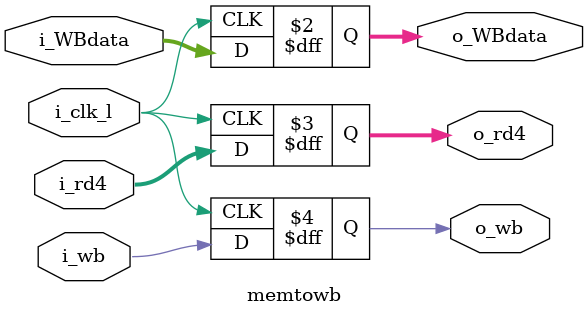
<source format=v>
module memtowb (i_WBdata, i_rd4, i_wb, i_clk_l, o_WBdata, o_rd4, o_wb);

input [31:0] i_WBdata;
input [4:0] i_rd4;
input i_wb, i_clk_l;

output reg [31:0] o_WBdata;
output reg [4:0] o_rd4;
output reg o_wb;

always @ (posedge i_clk_l) begin

    o_WBdata = i_WBdata;
    o_rd4 = i_rd4;
    o_wb = i_wb;
 
end
endmodule
</source>
